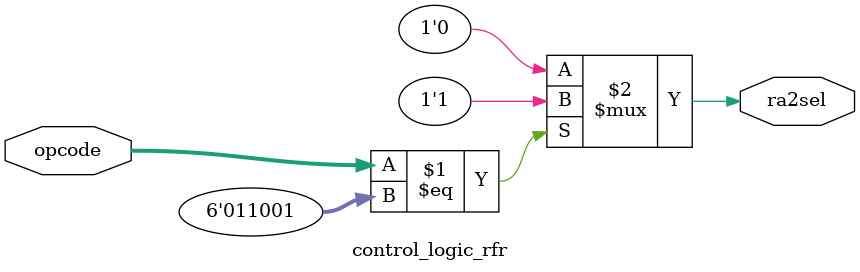
<source format=v>
`define ST  6'b011001

module control_logic_rfr(
    input [5:0] opcode,
    output ra2sel
);

	// If OPCODE = Store -> ra2sel = 1, else ra2sel = 0
	assign ra2sel = (opcode[5:0] == `ST) ? 1'b1 : 1'b0 ;

endmodule


</source>
